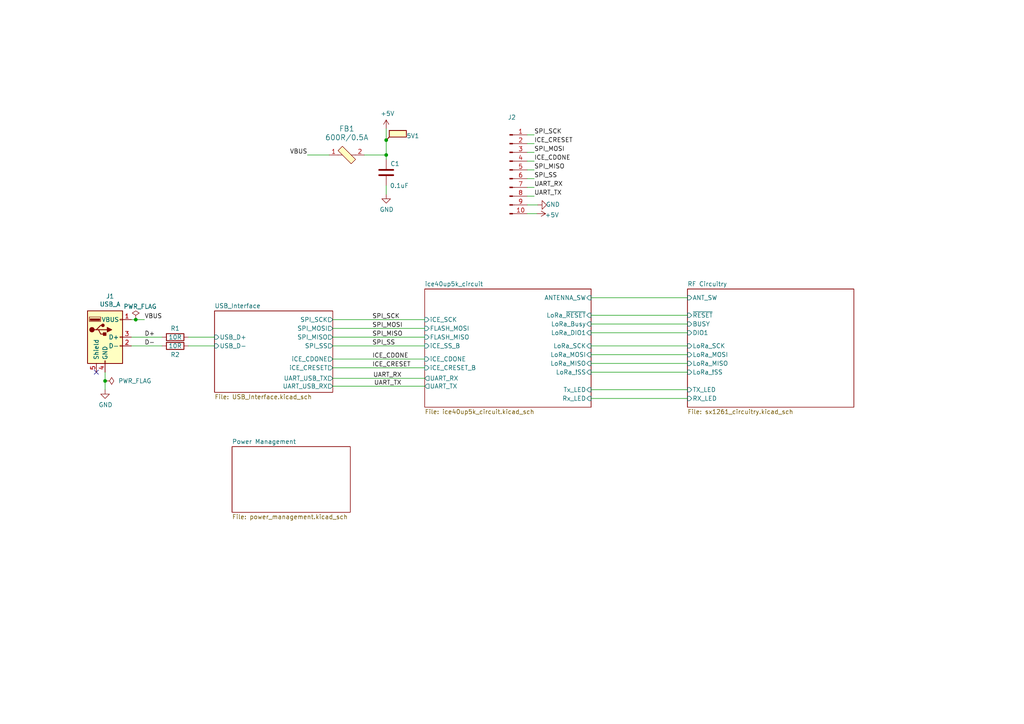
<source format=kicad_sch>
(kicad_sch (version 20211123) (generator eeschema)
  (paper "A4")
  (title_block (title "RiscVLoRaDongle") (date "2022-02-03") (rev "1.0") (company "Mark Njoroge"))
  (lib_symbols
    (symbol "Connector:Conn_01x10_Male" (pin_names (offset 1.016) hide)
      (property "Reference" "J" (at 0 12.7 0))
      (property "Value" "Conn_01x10_Male" (at 0 -15.24 0))
      (symbol "Conn_01x10_Male_1_1"
        (polyline (pts (xy 1.27 -12.7) (xy 0.8636 -12.7)) (stroke (width 0.1524)))
        (polyline (pts (xy 1.27 -10.16) (xy 0.8636 -10.16)) (stroke (width 0.1524)))
        (polyline (pts (xy 1.27 -7.62) (xy 0.8636 -7.62)) (stroke (width 0.1524)))
        (polyline (pts (xy 1.27 -5.08) (xy 0.8636 -5.08)) (stroke (width 0.1524)))
        (polyline (pts (xy 1.27 -2.54) (xy 0.8636 -2.54)) (stroke (width 0.1524)))
        (polyline (pts (xy 1.27 0) (xy 0.8636 0)) (stroke (width 0.1524)))
        (polyline (pts (xy 1.27 2.54) (xy 0.8636 2.54)) (stroke (width 0.1524)))
        (polyline (pts (xy 1.27 5.08) (xy 0.8636 5.08)) (stroke (width 0.1524)))
        (polyline (pts (xy 1.27 7.62) (xy 0.8636 7.62)) (stroke (width 0.1524)))
        (polyline (pts (xy 1.27 10.16) (xy 0.8636 10.16)) (stroke (width 0.1524)))
        (rectangle (start 0.8636 -12.573) (end 0 -12.827) (stroke (width 0.1524)) (fill (type outline)))
        (rectangle (start 0.8636 -10.033) (end 0 -10.287) (stroke (width 0.1524)) (fill (type outline)))
        (rectangle (start 0.8636 -7.493) (end 0 -7.747) (stroke (width 0.1524)) (fill (type outline)))
        (rectangle (start 0.8636 -4.953) (end 0 -5.207) (stroke (width 0.1524)) (fill (type outline)))
        (rectangle (start 0.8636 -2.413) (end 0 -2.667) (stroke (width 0.1524)) (fill (type outline)))
        (rectangle (start 0.8636 0.127) (end 0 -0.127) (stroke (width 0.1524)) (fill (type outline)))
        (rectangle (start 0.8636 2.667) (end 0 2.413) (stroke (width 0.1524)) (fill (type outline)))
        (rectangle (start 0.8636 5.207) (end 0 4.953) (stroke (width 0.1524)) (fill (type outline)))
        (rectangle (start 0.8636 7.747) (end 0 7.493) (stroke (width 0.1524)) (fill (type outline)))
        (rectangle (start 0.8636 10.287) (end 0 10.033) (stroke (width 0.1524)) (fill (type outline)))
        (pin passive line (at 5.08 10.16 180) (length 3.81) (name "Pin_1") (number "1"))
        (pin passive line (at 5.08 -12.7 180) (length 3.81) (name "Pin_10") (number "10"))
        (pin passive line (at 5.08 7.62 180) (length 3.81) (name "Pin_2") (number "2"))
        (pin passive line (at 5.08 5.08 180) (length 3.81) (name "Pin_3") (number "3"))
        (pin passive line (at 5.08 2.54 180) (length 3.81) (name "Pin_4") (number "4"))
        (pin passive line (at 5.08 0 180) (length 3.81) (name "Pin_5") (number "5"))
        (pin passive line (at 5.08 -2.54 180) (length 3.81) (name "Pin_6") (number "6"))
        (pin passive line (at 5.08 -5.08 180) (length 3.81) (name "Pin_7") (number "7"))
        (pin passive line (at 5.08 -7.62 180) (length 3.81) (name "Pin_8") (number "8"))
        (pin passive line (at 5.08 -10.16 180) (length 3.81) (name "Pin_9") (number "9"))
      )
    )
    (symbol "Connector:TestPoint_Flag" (pin_numbers hide) (pin_names (offset 0.762) hide)
      (property "Reference" "TP" (at 3.429 1.778 0))
      (property "Value" "TestPoint_Flag" (at 3.302 4.191 0))
      (symbol "TestPoint_Flag_0_1"
        (polyline (pts (xy 0 0) (xy 0.889 0.889)) (stroke (width 0.254)))
        (rectangle (start 0.889 2.794) (end 5.842 0.889) (stroke (width 0.254)) (fill (type background)))
      )
      (symbol "TestPoint_Flag_1_1"
        (pin passive line (at 0 0 90) (length 0) (name "1") (number "1"))
      )
    )
    (symbol "Connector:USB_A" (pin_names (offset 1.016))
      (property "Reference" "J" (at -5.08 11.43 0))
      (property "Value" "USB_A" (at -5.08 8.89 0))
      (symbol "USB_A_0_1"
        (rectangle (start -5.08 -7.62) (end 5.08 7.62) (stroke (width 0.254)) (fill (type background)))
        (circle (center -3.81 2.159) (radius 0.635) (stroke (width 0.254)) (fill (type outline)))
        (rectangle (start -1.524 4.826) (end -4.318 5.334) (fill (type outline)))
        (rectangle (start -1.27 4.572) (end -4.572 5.842))
        (circle (center -0.635 3.429) (radius 0.381) (stroke (width 0.254)) (fill (type outline)))
        (rectangle (start -0.127 -7.62) (end 0.127 -6.858))
        (polyline (pts (xy -3.175 2.159) (xy -2.54 2.159) (xy -1.27 3.429) (xy -0.635 3.429)) (stroke (width 0.254)))
        (polyline (pts (xy -2.54 2.159) (xy -1.905 2.159) (xy -1.27 0.889) (xy 0 0.889)) (stroke (width 0.254)))
        (polyline (pts (xy 0.635 2.794) (xy 0.635 1.524) (xy 1.905 2.159) (xy 0.635 2.794)) (stroke (width 0.254)) (fill (type outline)))
        (rectangle (start 0.254 1.27) (end -0.508 0.508) (stroke (width 0.254)) (fill (type outline)))
        (rectangle (start 5.08 -2.667) (end 4.318 -2.413))
        (rectangle (start 5.08 -0.127) (end 4.318 0.127))
        (rectangle (start 5.08 4.953) (end 4.318 5.207))
      )
      (symbol "USB_A_1_1"
        (polyline (pts (xy -1.905 2.159) (xy 0.635 2.159)) (stroke (width 0.254)))
        (pin power_in line (at 7.62 5.08 180) (length 2.54) (name "VBUS") (number "1"))
        (pin bidirectional line (at 7.62 -2.54 180) (length 2.54) (name "D-") (number "2"))
        (pin bidirectional line (at 7.62 0 180) (length 2.54) (name "D+") (number "3"))
        (pin power_in line (at 0 -10.16 90) (length 2.54) (name "GND") (number "4"))
        (pin passive line (at -2.54 -10.16 90) (length 2.54) (name "Shield") (number "5"))
      )
    )
    (symbol "Device:C" (pin_numbers hide) (pin_names (offset 0.254))
      (property "Reference" "C" (at 0.635 2.54 0))
      (property "Value" "C" (at 0.635 -2.54 0))
      (symbol "C_0_1"
        (polyline (pts (xy -2.032 -0.762) (xy 2.032 -0.762)) (stroke (width 0.508)))
        (polyline (pts (xy -2.032 0.762) (xy 2.032 0.762)) (stroke (width 0.508)))
      )
      (symbol "C_1_1"
        (pin passive line (at 0 3.81 270) (length 2.794) (name "~") (number "1"))
        (pin passive line (at 0 -3.81 90) (length 2.794) (name "~") (number "2"))
      )
    )
    (symbol "Device:R" (pin_numbers hide) (pin_names (offset 0))
      (property "Reference" "R" (at 2.032 0 90))
      (property "Value" "R" (at 0 0 90))
      (symbol "R_0_1"
        (rectangle (start -1.016 -2.54) (end 1.016 2.54) (stroke (width 0.254)))
      )
      (symbol "R_1_1"
        (pin passive line (at 0 3.81 270) (length 1.27) (name "~") (number "1"))
        (pin passive line (at 0 -3.81 90) (length 1.27) (name "~") (number "2"))
      )
    )
    (symbol "dk_Ferrite-Beads-and-Chips:BLM18AG601SN1D" (pin_names (offset 1.016))
      (property "Reference" "FB" (at -2.54 3.81 0))
      (property "Value" "BLM18AG601SN1D" (at 0 -3.81 0))
      (symbol "BLM18AG601SN1D_0_1"
        (polyline (pts (xy -1.27 0) (xy -2.54 0)))
        (polyline (pts (xy 1.27 0) (xy 2.54 0)))
        (polyline (pts (xy -1.27 2.54) (xy -2.54 1.27) (xy 1.27 -2.54) (xy 2.54 -1.27) (xy -1.27 2.54)) (fill (type background)))
      )
      (symbol "BLM18AG601SN1D_1_1"
        (pin passive line (at -5.08 0 0) (length 2.54) (name "~") (number "1"))
        (pin passive line (at 5.08 0 180) (length 2.54) (name "~") (number "2"))
      )
    )
    (symbol "power:+5V" (power) (pin_names (offset 0))
      (property "Value" "+5V" (at 0 3.556 0))
      (symbol "+5V_0_1"
        (polyline (pts (xy -0.762 1.27) (xy 0 2.54)))
        (polyline (pts (xy 0 0) (xy 0 2.54)))
        (polyline (pts (xy 0 2.54) (xy 0.762 1.27)))
      )
      (symbol "+5V_1_1"
        (pin power_in line (at 0 0 90) (length 0) hide (name "+5V") (number "1"))
      )
    )
    (symbol "power:GND" (power) (pin_names (offset 0))
      (property "Value" "GND" (at 0 -3.81 0))
      (symbol "GND_0_1"
        (polyline (pts (xy 0 0) (xy 0 -1.27) (xy 1.27 -1.27) (xy 0 -2.54) (xy -1.27 -1.27) (xy 0 -1.27)))
      )
      (symbol "GND_1_1"
        (pin power_in line (at 0 0 270) (length 0) hide (name "GND") (number "1"))
      )
    )
    (symbol "power:PWR_FLAG" (power) (pin_numbers hide) (pin_names (offset 0) hide)
      (property "Value" "PWR_FLAG" (at 0 3.81 0))
      (symbol "PWR_FLAG_0_0"
        (pin power_out line (at 0 0 90) (length 0) (name "pwr") (number "1"))
      )
      (symbol "PWR_FLAG_0_1"
        (polyline (pts (xy 0 0) (xy 0 1.27) (xy -1.016 1.905) (xy 0 2.54) (xy 1.016 1.905) (xy 0 1.27)))
      )
    )
  )
  (junction (at 30.48 110.49))
  (junction (at 112.014 44.958))
  (junction (at 39.37 92.71))
  (junction (at 112.014 40.64))
  (no_connect (at 27.94 107.95))
  (wire (pts (xy 171.45 100.33) (xy 199.39 100.33)))
  (wire (pts (xy 171.45 96.52) (xy 199.39 96.52)))
  (wire (pts (xy 171.45 86.36) (xy 199.39 86.36)))
  (wire (pts (xy 154.94 46.736) (xy 152.908 46.736)))
  (wire (pts (xy 96.52 104.14) (xy 123.19 104.14)))
  (wire (pts (xy 155.956 59.436) (xy 152.908 59.436)))
  (wire (pts (xy 171.45 102.87) (xy 199.39 102.87)))
  (wire (pts (xy 39.37 92.71) (xy 41.91 92.71)))
  (wire (pts (xy 38.1 97.79) (xy 46.99 97.79)))
  (wire (pts (xy 171.45 107.95) (xy 199.39 107.95)))
  (wire (pts (xy 154.94 39.116) (xy 152.908 39.116)))
  (wire (pts (xy 112.014 37.338) (xy 112.014 40.64)))
  (wire (pts (xy 154.94 54.356) (xy 152.908 54.356)))
  (wire (pts (xy 96.52 97.79) (xy 123.19 97.79)))
  (wire (pts (xy 171.45 113.03) (xy 199.39 113.03)))
  (wire (pts (xy 154.94 41.656) (xy 152.908 41.656)))
  (wire (pts (xy 54.61 100.33) (xy 62.23 100.33)))
  (wire (pts (xy 96.52 112.014) (xy 123.19 112.014)))
  (wire (pts (xy 154.94 44.196) (xy 152.908 44.196)))
  (wire (pts (xy 154.94 56.896) (xy 152.908 56.896)))
  (wire (pts (xy 96.52 95.25) (xy 123.19 95.25)))
  (wire (pts (xy 54.61 97.79) (xy 62.23 97.79)))
  (wire (pts (xy 30.48 110.49) (xy 30.48 113.03)))
  (wire (pts (xy 38.1 100.33) (xy 46.99 100.33)))
  (wire (pts (xy 89.154 44.958) (xy 95.504 44.958)))
  (wire (pts (xy 154.94 49.276) (xy 152.908 49.276)))
  (wire (pts (xy 112.014 53.848) (xy 112.014 56.388)))
  (wire (pts (xy 171.45 93.98) (xy 199.39 93.98)))
  (wire (pts (xy 171.45 105.41) (xy 199.39 105.41)))
  (wire (pts (xy 105.664 44.958) (xy 112.014 44.958)))
  (wire (pts (xy 96.52 106.68) (xy 123.19 106.68)))
  (wire (pts (xy 30.48 107.95) (xy 30.48 110.49)))
  (wire (pts (xy 112.014 40.64) (xy 112.014 44.958)))
  (wire (pts (xy 112.014 44.958) (xy 112.014 46.228)))
  (wire (pts (xy 171.45 115.57) (xy 199.39 115.57)))
  (wire (pts (xy 96.52 100.33) (xy 123.19 100.33)))
  (wire (pts (xy 171.45 91.44) (xy 199.39 91.44)))
  (wire (pts (xy 96.52 109.728) (xy 123.19 109.728)))
  (wire (pts (xy 154.94 51.816) (xy 152.908 51.816)))
  (wire (pts (xy 96.52 92.71) (xy 123.19 92.71)))
  (wire (pts (xy 155.702 61.976) (xy 152.908 61.976)))
  (wire (pts (xy 38.1 92.71) (xy 39.37 92.71)))
  (label "VBUS" (at 41.91 92.71 0))
  (label "SPI_SCK" (at 107.95 92.71 0))
  (label "ICE_CRESET" (at 154.94 41.656 0))
  (label "SPI_SCK" (at 154.94 39.116 0))
  (label "UART_TX" (at 108.458 112.014 0))
  (label "ICE_CRESET" (at 107.95 106.68 0))
  (label "D+" (at 41.91 97.79 0))
  (label "UART_RX" (at 108.204 109.728 0))
  (label "UART_TX" (at 154.94 56.896 0))
  (label "ICE_CDONE" (at 154.94 46.736 0))
  (label "SPI_MOSI" (at 154.94 44.196 0))
  (label "ICE_CDONE" (at 107.95 104.14 0))
  (label "VBUS" (at 89.154 44.958 180))
  (label "SPI_MOSI" (at 107.95 95.25 0))
  (label "SPI_SS" (at 107.95 100.33 0))
  (label "UART_RX" (at 154.94 54.356 0))
  (label "SPI_MISO" (at 154.94 49.276 0))
  (label "D-" (at 41.91 100.33 0))
  (label "SPI_MISO" (at 107.95 97.79 0))
  (label "SPI_SS" (at 154.94 51.816 0))
  (symbol (lib_id "Connector:USB_A") (at 30.48 97.79 0) (unit 1)
    (property "Reference" "J1" (at 31.9278 85.9282 0))
    (property "Value" "USB_A" (at 31.9278 88.2396 0))
    (property "Footprint" "Connector_USB:USB_A_CNCTech_1001-011-01101_Horizontal" (effects hide))
    (property "Datasheet" " ~" (effects hide))
    (property "Description" "USB A 2.0, R/A, SMT, PLUG" (effects hide))
    (property "Manufacturer" "Adam Tech" (effects hide))
    (property "Manufacturer Part Number" "USB-AP-S-RA-SMT" (effects hide))
    (property "Package" "Plug" (effects hide))
    (property "Type" "SMD - Through Hole" (effects hide))
  )
  (symbol (lib_id "power:GND") (at 30.48 113.03 0) (unit 1)
    (property "Reference" "#PWR0102" (effects hide))
    (property "Value" "GND" (at 30.607 117.4242 0))
  )
  (symbol (lib_id "Device:C") (at 112.014 50.038 180) (unit 1)
    (property "Reference" "C1" (at 114.554 47.498 0))
    (property "Value" "0.1uF" (at 115.824 53.848 0))
    (property "Footprint" "Capacitor_SMD:C_0402_1005Metric_Pad0.74x0.62mm_HandSolder" (effects hide))
    (property "Part Number" "GCM155R71C104KA55J" (effects hide))
    (property "Description" "CAP CER 0.1UF 16V X7R 0402" (effects hide))
    (property "Manufacturer" "Murata Electronics" (effects hide))
    (property "Manufacturer Part Number" "GCM155R71C104KA55J" (effects hide))
    (property "Package" "0402" (effects hide))
    (property "Type" "SMD" (effects hide))
  )
  (symbol (lib_id "dk_Ferrite-Beads-and-Chips:BLM18AG601SN1D") (at 100.584 44.958 0) (unit 1)
    (property "Reference" "FB1" (at 100.584 37.338 0) (effects (font (size 1.524 1.524))))
    (property "Value" "600R/0.5A" (at 100.584 39.878 0) (effects (font (size 1.524 1.524))))
    (property "Footprint" "digikey-footprints:0603" (effects hide))
    (property "Datasheet" "https://www.murata.com/en-us/products/productdata/8796738650142/ENFA0003.pdf" (effects hide))
    (property "Digi-Key_PN" "490-1014-1-ND" (effects hide))
    (property "MPN" "BLM18AG601SN1D" (effects hide))
    (property "Category" "Filters" (effects hide))
    (property "Family" "Ferrite Beads and Chips" (effects hide))
    (property "DK_Datasheet_Link" "https://www.murata.com/en-us/products/productdata/8796738650142/ENFA0003.pdf" (effects hide))
    (property "DK_Detail_Page" "/product-detail/en/murata-electronics-north-america/BLM18AG601SN1D/490-1014-1-ND/584462" (effects hide))
    (property "Description" "FERRITE BEAD 600 OHM 0603 1LN" (effects hide))
    (property "Manufacturer" "Murata Electronics North America" (effects hide))
    (property "Status" "Active" (effects hide))
    (property "Manufacturer Part Number" "BLM18AG601SN1D" (effects hide))
    (property "Package" "0603" (effects hide))
    (property "Type" "SMD" (effects hide))
  )
  (symbol (lib_id "Device:R") (at 50.8 97.79 270) (unit 1)
    (property "Reference" "R1" (at 50.8 95.25 90))
    (property "Value" "10R" (at 50.8 97.79 90))
    (property "Footprint" "Resistor_SMD:R_0402_1005Metric_Pad0.72x0.64mm_HandSolder" (effects hide))
    (property "Description" "RES 10 OHM 1% 1/16W 0402" (effects hide))
    (property "Manufacturer" "Stackpole Electronics Inc" (effects hide))
    (property "Manufacturer Part Number" "RMCF0402FT10R0" (effects hide))
    (property "Package" "0402" (effects hide))
    (property "Type" "SMD" (effects hide))
  )
  (symbol (lib_id "Device:R") (at 50.8 100.33 270) (unit 1)
    (property "Reference" "R2" (at 50.8 102.87 90))
    (property "Value" "10R" (at 50.8 100.33 90))
    (property "Footprint" "Resistor_SMD:R_0402_1005Metric_Pad0.72x0.64mm_HandSolder" (effects hide))
    (property "Description" "RES 10 OHM 1% 1/16W 0402" (effects hide))
    (property "Manufacturer" "Stackpole Electronics Inc" (effects hide))
    (property "Manufacturer Part Number" "RMCF0402FT10R0" (effects hide))
    (property "Package" "0402" (effects hide))
    (property "Type" "SMD" (effects hide))
  )
  (symbol (lib_id "power:+5V") (at 112.014 37.338 0) (unit 1)
    (property "Reference" "#PWR03" (effects hide))
    (property "Value" "+5V" (at 112.395 32.9438 0))
  )
  (symbol (lib_id "power:GND") (at 112.014 56.388 0) (unit 1)
    (property "Reference" "#PWR01" (effects hide))
    (property "Value" "GND" (at 112.141 60.7822 0))
  )
  (symbol (lib_id "power:GND") (at 155.956 59.436 90) (unit 1)
    (property "Reference" "#PWR02" (effects hide))
    (property "Value" "GND" (at 160.3502 59.309 90))
  )
  (symbol (lib_id "Connector:TestPoint_Flag") (at 112.014 40.64 0) (unit 1)
    (property "Reference" "5V1" (at 119.761 39.4208 0))
    (property "Value" "5V" (effects hide))
    (property "Footprint" "TestPoint:TestPoint_Pad_D2.5mm" (effects hide))
    (property "Description" "Test Point" (effects hide))
    (property "Manufacturer" "-" (effects hide))
    (property "Manufacturer Part Number" "-" (effects hide))
    (property "Package" "-" (effects hide))
    (property "Type" "-" (effects hide))
  )
  (symbol (lib_id "power:PWR_FLAG") (at 39.37 92.71 0) (unit 1)
    (property "Reference" "#FLG02" (effects hide))
    (property "Value" "PWR_FLAG" (at 40.64 88.9 0))
  )
  (symbol (lib_id "Connector:Conn_01x10_Male") (at 147.828 49.276 0) (unit 1)
    (property "Reference" "J2" (at 148.463 34.036 0))
    (property "Value" "Conn_01x10_Male" (effects hide))
    (property "Footprint" "Connector_PinHeader_2.54mm:PinHeader_2x05_P2.54mm_Vertical" (effects hide))
    (property "Description" "2x05 Male Header" (effects hide))
    (property "Manufacturer" "-" (effects hide))
    (property "Manufacturer Part Number" "-" (effects hide))
    (property "Package" "-" (effects hide))
    (property "Type" "Through HOle" (effects hide))
  )
  (symbol (lib_id "power:PWR_FLAG") (at 30.48 110.49 270) (unit 1)
    (property "Reference" "#FLG01" (effects hide))
    (property "Value" "PWR_FLAG" (at 34.29 110.4899 90) (effects (justify left)))
  )
  (symbol (lib_id "power:+5V") (at 155.702 61.976 270) (unit 1)
    (property "Reference" "#PWR0114" (effects hide))
    (property "Value" "+5V" (at 160.0962 62.357 90))
  )
  (sheet (at 67.31 129.54) (size 34.29 19.05)
    (property "Sheet name" "Power Management" (at 67.31 128.8284 0) (effects (justify left bottom)))
    (property "Sheet file" "power_management.kicad_sch" (at 67.31 149.1746 0) (effects (justify left top)))
  )
  (sheet (at 199.39 83.82) (size 48.26 34.29)
    (property "Sheet name" "RF Circuitry" (at 199.39 83.1084 0) (effects (justify left bottom)))
    (property "Sheet file" "sx1261_circuitry.kicad_sch" (at 199.39 118.6946 0) (effects (justify left top)))
    (pin "ANT_SW" input (at 199.39 86.36 180))
    (pin "~{RESET}" input (at 199.39 91.44 180))
    (pin "BUSY" input (at 199.39 93.98 180))
    (pin "DIO1" input (at 199.39 96.52 180))
    (pin "TX_LED" input (at 199.39 113.03 180))
    (pin "RX_LED" input (at 199.39 115.57 180))
    (pin "LoRa_!SS" input (at 199.39 107.95 180))
    (pin "LoRa_MISO" input (at 199.39 105.41 180))
    (pin "LoRa_MOSI" input (at 199.39 102.87 180))
    (pin "LoRa_SCK" input (at 199.39 100.33 180))
  )
  (sheet (at 62.23 90.17) (size 34.29 23.622)
    (property "Sheet name" "USB_Interface" (at 62.23 89.4584 0) (effects (justify left bottom)))
    (property "Sheet file" "USB_Interface.kicad_sch" (at 62.23 114.3766 0) (effects (justify left top)))
    (pin "SPI_SCK" output (at 96.52 92.71 0))
    (pin "SPI_MOSI" output (at 96.52 95.25 0))
    (pin "SPI_MISO" output (at 96.52 97.79 0))
    (pin "SPI_SS" output (at 96.52 100.33 0))
    (pin "iCE_CDONE" output (at 96.52 104.14 0))
    (pin "iCE_CRESET" output (at 96.52 106.68 0))
    (pin "USB_D-" input (at 62.23 100.33 180))
    (pin "USB_D+" input (at 62.23 97.79 180))
    (pin "UART_USB_TX" output (at 96.52 109.728 0))
    (pin "UART_USB_RX" output (at 96.52 112.014 0))
  )
  (sheet (at 123.19 83.82) (size 48.26 34.29)
    (property "Sheet name" "ice40up5k_circuit" (at 123.19 83.1084 0) (effects (justify left bottom)))
    (property "Sheet file" "ice40up5k_circuit.kicad_sch" (at 123.19 118.6946 0) (effects (justify left top)))
    (pin "iCE_CDONE" input (at 123.19 104.14 180))
    (pin "iCE_CRESET_B" input (at 123.19 106.68 180))
    (pin "iCE_SCK" input (at 123.19 92.71 180))
    (pin "iCE_SS_B" input (at 123.19 100.33 180))
    (pin "FLASH_MOSI" input (at 123.19 95.25 180))
    (pin "FLASH_MISO" input (at 123.19 97.79 180))
    (pin "Tx_LED" input (at 171.45 113.03 0))
    (pin "Rx_LED" input (at 171.45 115.57 0))
    (pin "ANTENNA_SW" input (at 171.45 86.36 0))
    (pin "LoRa_~{RESET}" input (at 171.45 91.44 0))
    (pin "LoRa_Busy" input (at 171.45 93.98 0))
    (pin "LoRa_DIO1" input (at 171.45 96.52 0))
    (pin "LoRa_SCK" input (at 171.45 100.33 0))
    (pin "LoRa_MOSI" input (at 171.45 102.87 0))
    (pin "LoRa_MISO" input (at 171.45 105.41 0))
    (pin "LoRa_!SS" input (at 171.45 107.95 0))
    (pin "UART_TX" output (at 123.19 112.014 180))
    (pin "UART_RX" output (at 123.19 109.728 180))
  )
)
</source>
